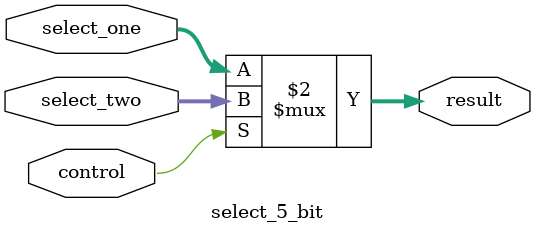
<source format=v>
`timescale 1ns / 1ps


module select_5_bit(
    input [4:0] select_one,
    input [4:0] select_two,
    input control,
    output [4:0] result
    );
    
    assign result = (control == 1'b0 ? select_one : select_two);
endmodule

</source>
